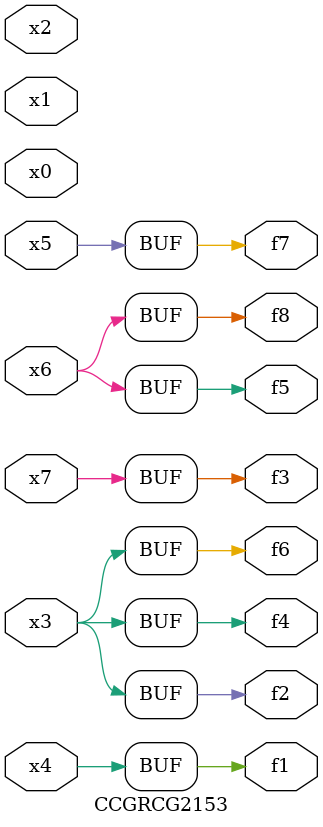
<source format=v>
module CCGRCG2153(
	input x0, x1, x2, x3, x4, x5, x6, x7,
	output f1, f2, f3, f4, f5, f6, f7, f8
);
	assign f1 = x4;
	assign f2 = x3;
	assign f3 = x7;
	assign f4 = x3;
	assign f5 = x6;
	assign f6 = x3;
	assign f7 = x5;
	assign f8 = x6;
endmodule

</source>
